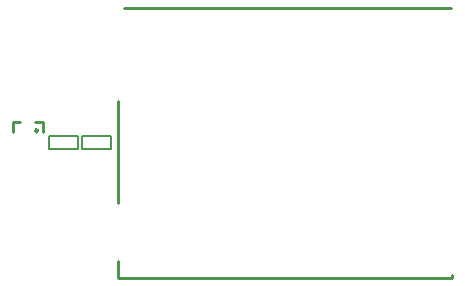
<source format=gbo>
G04*
G04 #@! TF.GenerationSoftware,Altium Limited,Altium Designer,21.2.0 (30)*
G04*
G04 Layer_Color=32896*
%FSLAX24Y24*%
%MOIN*%
G70*
G04*
G04 #@! TF.SameCoordinates,6A3BDC20-E317-4547-97BB-DAA7722936CF*
G04*
G04*
G04 #@! TF.FilePolarity,Positive*
G04*
G01*
G75*
%ADD12C,0.0100*%
%ADD38C,0.0098*%
%ADD39C,0.0080*%
D12*
X3802Y-2000D02*
Y1400D01*
X3802Y-4500D02*
Y-3950D01*
Y-4500D02*
X14952D01*
X14952Y-4400D01*
X4014Y4500D02*
X14914D01*
X1300Y350D02*
Y700D01*
X1050D02*
X1300D01*
X300Y350D02*
Y700D01*
X550D01*
D38*
X1149Y400D02*
G03*
X1149Y400I-49J0D01*
G01*
D39*
X2610Y210D02*
X3570D01*
X2610Y-210D02*
X3570D01*
Y210D01*
X2610Y-210D02*
Y210D01*
X1520D02*
X2480D01*
X1520Y-210D02*
X2480D01*
Y210D01*
X1520Y-210D02*
Y210D01*
M02*

</source>
